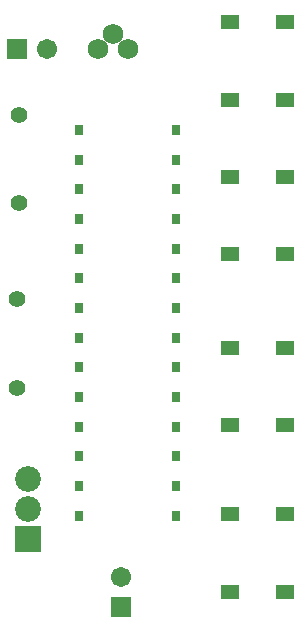
<source format=gbs>
G04*
G04 #@! TF.GenerationSoftware,Altium Limited,Altium Designer,20.2.5 (213)*
G04*
G04 Layer_Color=16711935*
%FSLAX25Y25*%
%MOIN*%
G70*
G04*
G04 #@! TF.SameCoordinates,4BDDF83D-22BF-46A4-B0D9-F4370223F083*
G04*
G04*
G04 #@! TF.FilePolarity,Negative*
G04*
G01*
G75*
%ADD18R,0.06706X0.06706*%
%ADD19C,0.06706*%
%ADD20C,0.05524*%
%ADD21R,0.06312X0.04737*%
%ADD22C,0.08595*%
%ADD23R,0.08595X0.08595*%
%ADD24R,0.02650X0.03320*%
%ADD25C,0.06808*%
%ADD26R,0.06706X0.06706*%
D18*
X620000Y268500D02*
D03*
D19*
Y278500D02*
D03*
X595500Y454500D02*
D03*
D20*
X586000Y432528D02*
D03*
Y403000D02*
D03*
X585500Y371028D02*
D03*
Y341500D02*
D03*
D21*
X674634Y437587D02*
D03*
X656366D02*
D03*
Y463413D02*
D03*
X674634D02*
D03*
Y386000D02*
D03*
X656366D02*
D03*
Y411827D02*
D03*
X674634D02*
D03*
Y329000D02*
D03*
X656366D02*
D03*
Y354827D02*
D03*
X674634D02*
D03*
Y273587D02*
D03*
X656366D02*
D03*
Y299413D02*
D03*
X674634D02*
D03*
D22*
X589000Y311079D02*
D03*
Y301039D02*
D03*
D23*
Y291000D02*
D03*
D24*
X638402Y298945D02*
D03*
Y308827D02*
D03*
Y318709D02*
D03*
Y328591D02*
D03*
Y427410D02*
D03*
Y417528D02*
D03*
Y407646D02*
D03*
Y397764D02*
D03*
Y338472D02*
D03*
Y348354D02*
D03*
Y358236D02*
D03*
Y368118D02*
D03*
Y378000D02*
D03*
Y387882D02*
D03*
X606000Y298945D02*
D03*
Y308827D02*
D03*
Y318709D02*
D03*
Y328591D02*
D03*
Y427410D02*
D03*
Y417528D02*
D03*
Y407646D02*
D03*
Y387882D02*
D03*
Y348354D02*
D03*
Y338472D02*
D03*
Y358236D02*
D03*
Y368118D02*
D03*
Y397764D02*
D03*
Y378000D02*
D03*
D25*
X612500Y454500D02*
D03*
X617500Y459500D02*
D03*
X622500Y454500D02*
D03*
D26*
X585500D02*
D03*
M02*

</source>
